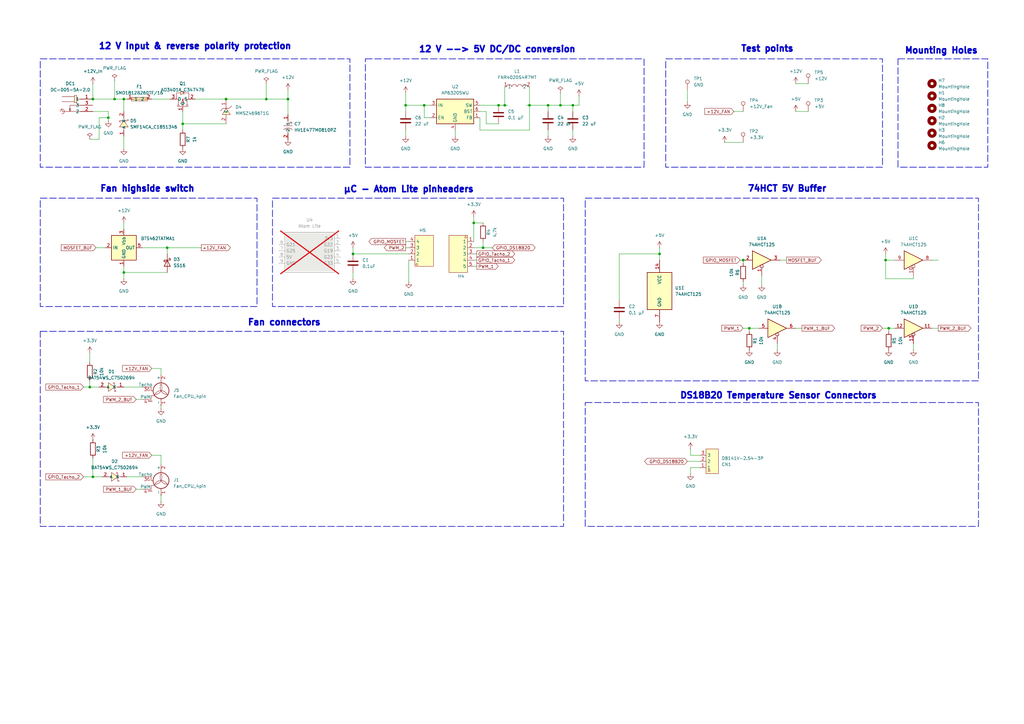
<source format=kicad_sch>
(kicad_sch (version 20250114) (generator "eeschema") (generator_version "9.0")
  (paper "A3")
  (title_block (title "OpenRadFan") (date "2025-01-24") (rev "1"))
  (lib_symbols
    (symbol "74xx:74AHCT125" (pin_names (offset 1.016))
      (property "Reference" "U" (at 0 1.27 0))
      (property "Value" "74AHCT125" (at 0 -1.27 0))
      (symbol "74AHCT125_1_0"
        (pin input line (at -7.62 0 0) (length 3.81) (name "~") (number "2"))
        (pin input inverted (at 0 -6.35 90) (length 4.445) (name "~") (number "1"))
        (pin tri_state line (at 7.62 0 180) (length 3.81) (name "~") (number "3"))
      )
      (symbol "74AHCT125_2_0"
        (pin input line (at -7.62 0 0) (length 3.81) (name "~") (number "5"))
        (pin input inverted (at 0 -6.35 90) (length 4.445) (name "~") (number "4"))
        (pin tri_state line (at 7.62 0 180) (length 3.81) (name "~") (number "6"))
      )
      (symbol "74AHCT125_3_0"
        (pin input line (at -7.62 0 0) (length 3.81) (name "~") (number "9"))
        (pin input inverted (at 0 -6.35 90) (length 4.445) (name "~") (number "10"))
        (pin tri_state line (at 7.62 0 180) (length 3.81) (name "~") (number "8"))
      )
      (symbol "74AHCT125_4_0"
        (pin input line (at -7.62 0 0) (length 3.81) (name "~") (number "12"))
        (pin input inverted (at 0 -6.35 90) (length 4.445) (name "~") (number "13"))
        (pin tri_state line (at 7.62 0 180) (length 3.81) (name "~") (number "11"))
      )
      (symbol "74AHCT125_5_0"
        (pin power_in line (at 0 12.7 270) (length 5.08) (name "VCC") (number "14"))
        (pin power_in line (at 0 -12.7 90) (length 5.08) (name "GND") (number "7"))
      )
    )
    (symbol "Connector:TestPoint" (pin_numbers (hide yes)) (pin_names (offset 0.762) (hide yes))
      (property "Reference" "TP" (at 0 6.858 0))
      (property "Value" "TestPoint" (at 0 5.08 0))
      (symbol "TestPoint_1_1"
        (pin passive line (at 0 0 90) (length 2.54) (name "1") (number "1"))
      )
    )
    (symbol "Device:C" (pin_numbers (hide yes)) (pin_names (offset 0.254))
      (property "Reference" "C" (at 0.635 2.54 0))
      (property "Value" "C" (at 0.635 -2.54 0))
      (symbol "C_1_1"
        (pin passive line (at 0 3.81 270) (length 2.794) (name "~") (number "1"))
        (pin passive line (at 0 -3.81 90) (length 2.794) (name "~") (number "2"))
      )
    )
    (symbol "Device:R" (pin_numbers (hide yes)) (pin_names (offset 0))
      (property "Reference" "R" (at 2.032 0 90))
      (property "Value" "R" (at 0 0 90))
      (symbol "R_1_1"
        (pin passive line (at 0 3.81 270) (length 1.27) (name "~") (number "1"))
        (pin passive line (at 0 -3.81 90) (length 1.27) (name "~") (number "2"))
      )
    )
    (symbol "Diode:SS16" (pin_numbers (hide yes)) (pin_names (offset 1.016) (hide yes))
      (property "Reference" "D" (at 0 2.54 0))
      (property "Value" "SS16" (at 0 -2.54 0))
      (symbol "SS16_1_1"
        (pin passive line (at -3.81 0 0) (length 2.54) (name "K") (number "1"))
        (pin passive line (at 3.81 0 180) (length 2.54) (name "A") (number "2"))
      )
    )
    (symbol "Mechanical:MountingHole" (pin_names (offset 1.016)) (exclude_from_sim yes) (in_bom no)
      (property "Reference" "H" (at 0 5.08 0))
      (property "Value" "MountingHole" (at 0 3.175 0))
    )
    (symbol "Motor:Fan_CPU_4pin" (pin_names (offset 0))
      (property "Reference" "M" (at 2.54 5.08 0))
      (property "Value" "Fan_CPU_4pin" (at 2.54 -2.54 0))
      (symbol "Fan_CPU_4pin_1_1"
        (pin passive line (at -7.62 2.54 0) (length 2.54) (name "Tacho") (number "3"))
        (pin input line (at -7.62 -2.54 0) (length 2.54) (name "PWM") (number "4"))
        (pin passive line (at 0 7.62 270) (length 2.54) (name "+") (number "2"))
        (pin passive line (at 0 -5.08 90) (length 2.54) (name "-") (number "1"))
      )
    )
    (symbol "Power_Management:BTS462TATMA1"
      (property "Reference" "U" (at -5.08 5.08 0))
      (property "Value" "BTS462TATMA1" (at 2.54 5.08 0))
      (symbol "BTS462TATMA1_0_0"
        (pin input line (at -7.62 0 0) (length 2.54) (name "IN") (number "2"))
        (pin power_in line (at 0 7.62 270) (length 2.54) (name "Vbb") (number "3"))
        (pin power_in line (at 0 -7.62 90) (length 2.54) (name "GND") (number "1"))
        (pin no_connect line (at 5.08 -2.54 180) (length 2.54) (hide yes) (name "NC") (number "4"))
        (pin power_out line (at 7.62 0 180) (length 2.54) (name "OUT") (number "5"))
      )
    )
    (symbol "Regulator_Switching:AP63205WU"
      (property "Reference" "U" (at -7.62 6.35 0))
      (property "Value" "AP63205WU" (at 2.54 6.35 0))
      (symbol "AP63205WU_1_1"
        (pin power_in line (at -10.16 2.54 0) (length 2.54) (name "IN") (number "3"))
        (pin input line (at -10.16 -2.54 0) (length 2.54) (name "EN") (number "2"))
        (pin power_in line (at 0 -7.62 90) (length 2.54) (name "GND") (number "4"))
        (pin output line (at 10.16 2.54 180) (length 2.54) (name "SW") (number "5"))
        (pin passive line (at 10.16 0 180) (length 2.54) (name "BST") (number "6"))
        (pin input line (at 10.16 -2.54 180) (length 2.54) (name "FB") (number "1"))
      )
    )
    (symbol "easyeda2kicad:210S-1*5PL=11.6MMGold-platedblack"
      (property "Reference" "H" (at 0 10.16 0))
      (property "Value" "210S-1*5P L=11.6MMGold-plated black" (at 0 -10.16 0))
      (symbol "210S-1*5PL=11.6MMGold-platedblack_0_1"
        (pin unspecified line (at -5.08 5.08 0) (length 2.54) (name "1") (number "1"))
        (pin unspecified line (at -5.08 2.54 0) (length 2.54) (name "2") (number "2"))
        (pin unspecified line (at -5.08 0 0) (length 2.54) (name "3") (number "3"))
        (pin unspecified line (at -5.08 -2.54 0) (length 2.54) (name "4") (number "4"))
        (pin unspecified line (at -5.08 -5.08 0) (length 2.54) (name "5") (number "5"))
      )
    )
    (symbol "easyeda2kicad:AO3401A_C347476"
      (property "Reference" "Q" (at 0 10.16 0))
      (property "Value" "AO3401A_C347476" (at 0 -10.16 0))
      (symbol "AO3401A_C347476_0_1"
        (pin unspecified line (at -5.08 0 0) (length 2.032) (name "G") (number "1"))
        (pin unspecified line (at 0 5.08 270) (length 2.54) (name "D") (number "3"))
        (pin unspecified line (at 0 -5.08 90) (length 2.54) (name "S") (number "2"))
      )
    )
    (symbol "easyeda2kicad:BAT54WS_C7502694"
      (property "Reference" "D" (at 0 5.08 0))
      (property "Value" "BAT54WS_C7502694" (at 0 -5.08 0))
      (symbol "BAT54WS_C7502694_0_1"
        (pin unspecified line (at -5.08 0 0) (length 2.54) (name "K") (number "1"))
        (pin unspecified line (at 5.08 0 180) (length 2.54) (name "A") (number "2"))
      )
    )
    (symbol "easyeda2kicad:DB141V-2.54-3P"
      (property "Reference" "CN" (at 0 7.62 0))
      (property "Value" "DB141V-2.54-3P" (at 0 -7.62 0))
      (symbol "DB141V-2.54-3P_0_1"
        (pin unspecified line (at -5.08 2.54 0) (length 2.54) (name "1") (number "1"))
        (pin unspecified line (at -5.08 0 0) (length 2.54) (name "2") (number "2"))
        (pin unspecified line (at -5.08 -2.54 0) (length 2.54) (name "3") (number "3"))
      )
    )
    (symbol "easyeda2kicad:DC-005-5A-2.0"
      (property "Reference" "DC" (at 0 7.62 0))
      (property "Value" "DC-005-5A-2.0" (at 0 -7.62 0))
      (symbol "DC-005-5A-2.0_0_1"
        (pin unspecified line (at 5.08 2.54 180) (length 5.08) (name "1") (number "1"))
        (pin unspecified line (at 5.08 0 180) (length 5.08) (name "3") (number "3"))
        (pin unspecified line (at 5.08 -2.54 180) (length 5.08) (name "2") (number "2"))
      )
    )
    (symbol "easyeda2kicad:FNR4020S4R7MT"
      (property "Reference" "L" (at 0 5.08 0))
      (property "Value" "FNR4020S4R7MT" (at 0 -5.08 0))
      (symbol "FNR4020S4R7MT_0_1"
        (pin unspecified line (at -5.08 0 0) (length 0.762) (name "1") (number "1"))
        (pin unspecified line (at 5.08 0 180) (length 0.762) (name "2") (number "2"))
      )
    )
    (symbol "easyeda2kicad:HV1E477M0810PZ"
      (property "Reference" "U5" (at 2.54 5.08 0))
      (property "Value" "HV1E477M0810PZ" (at 2.54 2.54 0))
      (symbol "HV1E477M0810PZ_0_1"
        (pin input line (at -2.54 -1.27 0) (length 2.54) (name "1") (number "1"))
        (pin input line (at 7.62 -1.27 180) (length 2.54) (name "2") (number "2"))
      )
    )
    (symbol "easyeda2kicad:Header-Male-2.54_1x4"
      (property "Reference" "H" (at 0 8.89 0))
      (property "Value" "Header-Male-2.54_1x4" (at 0 -8.89 0))
      (symbol "Header-Male-2.54_1x4_0_1"
        (pin unspecified line (at -5.08 3.81 0) (length 2.54) (name "1") (number "1"))
        (pin unspecified line (at -5.08 1.27 0) (length 2.54) (name "2") (number "2"))
        (pin unspecified line (at -5.08 -1.27 0) (length 2.54) (name "3") (number "3"))
        (pin unspecified line (at -5.08 -3.81 0) (length 2.54) (name "4") (number "4"))
      )
    )
    (symbol "easyeda2kicad:MMSZ4696T1G"
      (property "Reference" "D" (at 0 5.08 0))
      (property "Value" "MMSZ4696T1G" (at 0 -5.08 0))
      (symbol "MMSZ4696T1G_0_1"
        (pin unspecified line (at -5.08 0 0) (length 3.81) (name "C") (number "1"))
        (pin unspecified line (at 5.08 0 180) (length 3.81) (name "A") (number "2"))
      )
    )
    (symbol "easyeda2kicad:SMD1812B260TF_16"
      (property "Reference" "U" (at 0 5.08 0))
      (property "Value" "SMD1812B260TF/16" (at 0 -5.08 0))
      (symbol "SMD1812B260TF_16_0_1"
        (pin unspecified line (at -5.08 0 0) (length 2.54) (name "1") (number "1"))
        (pin unspecified line (at 5.08 0 180) (length 2.54) (name "2") (number "2"))
      )
    )
    (symbol "easyeda2kicad:SMF14CA_C1851346"
      (property "Reference" "D" (at 0 5.08 0))
      (property "Value" "SMF14CA_C1851346" (at 0 -5.08 0))
      (symbol "SMF14CA_C1851346_0_1"
        (pin unspecified line (at -5.08 0 0) (length 2.54) (name "K") (number "2"))
        (pin unspecified line (at 5.08 0 180) (length 2.54) (name "A") (number "1"))
      )
    )
    (symbol "m5stack:M5Stack_Atom_Lite"
      (property "Reference" "U" (at 0 0 0))
      (property "Value" "Atom Lite" (at 4.064 -2.286 0))
      (symbol "M5Stack_Atom_Lite_1_1"
        (pin bidirectional line (at -2.54 -8.89 0) (length 2.54) (name "G21") (number "6"))
        (pin bidirectional line (at -2.54 -11.43 0) (length 2.54) (name "G25") (number "7"))
        (pin power_in line (at -2.54 -13.97 0) (length 2.54) (name "5V") (number "8"))
        (pin passive line (at -2.54 -16.51 0) (length 2.54) (name "GND") (number "9"))
        (pin power_out line (at 22.86 -6.35 180) (length 2.54) (name "3V3") (number "1"))
        (pin bidirectional line (at 22.86 -8.89 180) (length 2.54) (name "G22") (number "2"))
        (pin bidirectional line (at 22.86 -11.43 180) (length 2.54) (name "G19") (number "3"))
        (pin bidirectional line (at 22.86 -13.97 180) (length 2.54) (name "G23") (number "4"))
        (pin bidirectional line (at 22.86 -16.51 180) (length 2.54) (name "G33") (number "5"))
      )
    )
    (symbol "power:+12V" (power) (pin_numbers (hide yes)) (pin_names (offset 0) (hide yes))
      (property "Value" "+12V" (at 0 3.556 0))
      (symbol "+12V_1_1"
        (pin power_in line (at 0 0 90) (length 0) (name "~") (number "1"))
      )
    )
    (symbol "power:+3.3V" (power) (pin_numbers (hide yes)) (pin_names (offset 0) (hide yes))
      (property "Value" "+3.3V" (at 0 3.556 0))
      (symbol "+3.3V_1_1"
        (pin power_in line (at 0 0 90) (length 0) (name "~") (number "1"))
      )
    )
    (symbol "power:+5V" (power) (pin_numbers (hide yes)) (pin_names (offset 0) (hide yes))
      (property "Value" "+5V" (at 0 3.556 0))
      (symbol "+5V_1_1"
        (pin power_in line (at 0 0 90) (length 0) (name "~") (number "1"))
      )
    )
    (symbol "power:GND" (power) (pin_numbers (hide yes)) (pin_names (offset 0) (hide yes))
      (property "Value" "GND" (at 0 -3.81 0))
      (symbol "GND_1_1"
        (pin power_in line (at 0 0 270) (length 0) (name "~") (number "1"))
      )
    )
    (symbol "power:PWR_FLAG" (power) (pin_numbers (hide yes)) (pin_names (offset 0) (hide yes))
      (property "Value" "PWR_FLAG" (at 0 3.81 0))
      (symbol "PWR_FLAG_0_0"
        (pin power_out line (at 0 0 90) (length 0) (name "~") (number "1"))
      )
    )
  )
  (rectangle (start 273.05 24.13) (end 361.95 68.58) (stroke (width 0.254) (type dash)))
  (rectangle (start 16.51 81.28) (end 105.41 125.73) (stroke (width 0.254) (type dash)))
  (rectangle (start 149.86 24.13) (end 264.16 68.58) (stroke (width 0.254) (type dash)))
  (rectangle (start 16.51 135.89) (end 231.14 215.9) (stroke (width 0.254) (type dash)))
  (rectangle (start 240.03 165.1) (end 401.32 215.9) (stroke (width 0.254) (type dash)))
  (rectangle (start 111.76 81.28) (end 231.14 125.73) (stroke (width 0.254) (type dash)))
  (rectangle (start 240.03 81.28) (end 401.32 156.21) (stroke (width 0.254) (type dash)))
  (rectangle (start 16.51 24.13) (end 143.51 68.58) (stroke (width 0.254) (type dash)))
  (rectangle (start 368.3 24.13) (end 405.13 68.58) (stroke (width 0.254) (type dash)))
  (text "12 V input & reverse polarity protection" (at 80.01 19.05 0) (effects (font (size 2.54 2.54) (thickness 1.016) (bold yes))))
  (text "12 V --> 5V DC/DC conversion\n" (at 203.962 20.32 0) (effects (font (size 2.54 2.54) (thickness 1.016) (bold yes))))
  (text "µC - Atom Lite pinheaders" (at 167.64 77.724 0) (effects (font (size 2.54 2.54) (thickness 1.016) (bold yes))))
  (text "Fan connectors" (at 116.586 132.334 0) (effects (font (size 2.54 2.54) (thickness 1.016) (bold yes))))
  (text "Mounting Holes" (at 386.08 20.828 0) (effects (font (size 2.54 2.54) (thickness 1.016) (bold yes))))
  (text "74HCT 5V Buffer" (at 322.834 77.47 0) (effects (font (size 2.54 2.54) (thickness 1.016) (bold yes))))
  (text "Test points" (at 314.706 20.066 0) (effects (font (size 2.54 2.54) (thickness 1.016) (bold yes))))
  (text "Fan highside switch" (at 60.452 77.47 0) (effects (font (size 2.54 2.54) (thickness 1.016) (bold yes))))
  (text "DS18B20 Temperature Sensor Connectors" (at 319.278 162.306 0) (effects (font (size 2.54 2.54) (thickness 1.016) (bold yes))))
  (junction (at 109.22 40.64))
  (junction (at 74.93 50.8))
  (junction (at 207.01 43.18))
  (junction (at 144.78 104.14))
  (junction (at 364.49 134.62))
  (junction (at 50.8 111.76))
  (junction (at 234.95 43.18))
  (junction (at 307.34 134.62))
  (junction (at 224.79 43.18))
  (junction (at 36.83 158.75))
  (junction (at 270.51 104.14))
  (junction (at 194.31 91.44))
  (junction (at 198.12 101.6))
  (junction (at 173.99 43.18))
  (junction (at 217.17 43.18))
  (junction (at 50.8 40.64))
  (junction (at 46.99 40.64))
  (junction (at 38.1 195.58))
  (junction (at 166.37 43.18))
  (junction (at 204.47 43.18))
  (junction (at 44.45 48.26))
  (junction (at 118.11 40.64))
  (junction (at 363.22 106.68))
  (junction (at 304.8 106.68))
  (junction (at 92.71 40.64))
  (junction (at 68.58 101.6))
  (junction (at 229.87 43.18))
  (junction (at 38.1 40.64))
  (wire (pts (xy 34.29 195.58) (xy 38.1 195.58)))
  (wire (pts (xy 364.49 134.62) (xy 364.49 135.89)))
  (wire (pts (xy 66.04 203.2) (xy 66.04 205.74)))
  (wire (pts (xy 194.31 104.14) (xy 195.58 104.14)))
  (wire (pts (xy 198.12 99.06) (xy 198.12 101.6)))
  (wire (pts (xy 50.8 109.22) (xy 50.8 111.76)))
  (wire (pts (xy 38.1 45.72) (xy 44.45 45.72)))
  (wire (pts (xy 167.64 99.06) (xy 166.37 99.06)))
  (wire (pts (xy 199.39 50.8) (xy 204.47 50.8)))
  (wire (pts (xy 46.99 40.64) (xy 50.8 40.64)))
  (wire (pts (xy 66.04 151.13) (xy 66.04 153.67)))
  (wire (pts (xy 283.21 186.69) (xy 283.21 184.15)))
  (wire (pts (xy 50.8 111.76) (xy 68.58 111.76)))
  (wire (pts (xy 237.49 43.18) (xy 234.95 43.18)))
  (wire (pts (xy 254 104.14) (xy 270.51 104.14)))
  (wire (pts (xy 58.42 101.6) (xy 68.58 101.6)))
  (wire (pts (xy 283.21 191.77) (xy 283.21 194.31)))
  (wire (pts (xy 287.02 186.69) (xy 283.21 186.69)))
  (wire (pts (xy 270.51 104.14) (xy 270.51 106.68)))
  (wire (pts (xy 254 123.19) (xy 254 104.14)))
  (wire (pts (xy 62.23 40.64) (xy 69.85 40.64)))
  (wire (pts (xy 173.99 48.26) (xy 173.99 43.18)))
  (wire (pts (xy 196.85 53.34) (xy 217.17 53.34)))
  (wire (pts (xy 382.27 134.62) (xy 384.81 134.62)))
  (wire (pts (xy 167.64 106.68) (xy 167.64 115.57)))
  (wire (pts (xy 36.83 144.78) (xy 36.83 148.59)))
  (wire (pts (xy 194.31 109.22) (xy 195.58 109.22)))
  (wire (pts (xy 307.34 134.62) (xy 311.15 134.62)))
  (wire (pts (xy 234.95 53.34) (xy 234.95 55.88)))
  (wire (pts (xy 176.53 48.26) (xy 173.99 48.26)))
  (wire (pts (xy 55.88 163.83) (xy 58.42 163.83)))
  (wire (pts (xy 254 130.81) (xy 254 132.08)))
  (wire (pts (xy 144.78 111.76) (xy 144.78 114.3)))
  (wire (pts (xy 36.83 156.21) (xy 36.83 158.75)))
  (wire (pts (xy 304.8 106.68) (xy 304.8 107.95)))
  (wire (pts (xy 144.78 104.14) (xy 167.64 104.14)))
  (wire (pts (xy 326.39 134.62) (xy 328.93 134.62)))
  (wire (pts (xy 92.71 40.64) (xy 109.22 40.64)))
  (wire (pts (xy 50.8 40.64) (xy 52.07 40.64)))
  (wire (pts (xy 237.49 39.37) (xy 237.49 43.18)))
  (wire (pts (xy 52.07 195.58) (xy 58.42 195.58)))
  (wire (pts (xy 50.8 40.64) (xy 50.8 45.72)))
  (wire (pts (xy 194.31 101.6) (xy 198.12 101.6)))
  (wire (pts (xy 217.17 53.34) (xy 217.17 43.18)))
  (wire (pts (xy 234.95 43.18) (xy 234.95 45.72)))
  (wire (pts (xy 374.65 114.3) (xy 363.22 114.3)))
  (wire (pts (xy 194.31 91.44) (xy 198.12 91.44)))
  (wire (pts (xy 166.37 38.1) (xy 166.37 43.18)))
  (wire (pts (xy 38.1 34.29) (xy 38.1 40.64)))
  (wire (pts (xy 166.37 101.6) (xy 167.64 101.6)))
  (wire (pts (xy 68.58 101.6) (xy 82.55 101.6)))
  (wire (pts (xy 74.93 45.72) (xy 74.93 50.8)))
  (wire (pts (xy 34.29 158.75) (xy 36.83 158.75)))
  (wire (pts (xy 281.94 36.83) (xy 281.94 41.91)))
  (wire (pts (xy 36.83 57.15) (xy 40.64 57.15)))
  (wire (pts (xy 38.1 195.58) (xy 41.91 195.58)))
  (wire (pts (xy 300.99 45.72) (xy 304.8 45.72)))
  (wire (pts (xy 297.18 58.42) (xy 304.8 58.42)))
  (wire (pts (xy 166.37 53.34) (xy 166.37 55.88)))
  (wire (pts (xy 50.8 91.44) (xy 50.8 93.98)))
  (wire (pts (xy 62.23 151.13) (xy 66.04 151.13)))
  (wire (pts (xy 166.37 43.18) (xy 173.99 43.18)))
  (wire (pts (xy 109.22 40.64) (xy 118.11 40.64)))
  (wire (pts (xy 326.39 34.29) (xy 331.47 34.29)))
  (wire (pts (xy 364.49 134.62) (xy 367.03 134.62)))
  (wire (pts (xy 363.22 106.68) (xy 363.22 104.14)))
  (wire (pts (xy 36.83 158.75) (xy 40.64 158.75)))
  (wire (pts (xy 74.93 50.8) (xy 74.93 53.34)))
  (wire (pts (xy 186.69 53.34) (xy 186.69 55.88)))
  (wire (pts (xy 50.8 158.75) (xy 58.42 158.75)))
  (wire (pts (xy 68.58 101.6) (xy 68.58 104.14)))
  (wire (pts (xy 374.65 143.51) (xy 374.65 140.97)))
  (wire (pts (xy 281.94 189.23) (xy 287.02 189.23)))
  (wire (pts (xy 38.1 40.64) (xy 46.99 40.64)))
  (wire (pts (xy 39.37 101.6) (xy 43.18 101.6)))
  (wire (pts (xy 44.45 45.72) (xy 44.45 48.26)))
  (wire (pts (xy 217.17 43.18) (xy 215.9 43.18)))
  (wire (pts (xy 196.85 45.72) (xy 199.39 45.72)))
  (wire (pts (xy 118.11 40.64) (xy 118.11 46.99)))
  (wire (pts (xy 312.42 113.03) (xy 312.42 116.84)))
  (wire (pts (xy 199.39 45.72) (xy 199.39 50.8)))
  (wire (pts (xy 198.12 101.6) (xy 201.93 101.6)))
  (wire (pts (xy 361.95 134.62) (xy 364.49 134.62)))
  (wire (pts (xy 50.8 55.88) (xy 50.8 60.96)))
  (wire (pts (xy 109.22 34.29) (xy 109.22 40.64)))
  (wire (pts (xy 304.8 134.62) (xy 307.34 134.62)))
  (wire (pts (xy 363.22 106.68) (xy 367.03 106.68)))
  (wire (pts (xy 229.87 38.1) (xy 229.87 43.18)))
  (wire (pts (xy 207.01 35.56) (xy 207.01 43.18)))
  (wire (pts (xy 46.99 33.02) (xy 46.99 40.64)))
  (wire (pts (xy 194.31 91.44) (xy 194.31 99.06)))
  (wire (pts (xy 224.79 53.34) (xy 224.79 55.88)))
  (wire (pts (xy 40.64 57.15) (xy 40.64 48.26)))
  (wire (pts (xy 196.85 48.26) (xy 196.85 53.34)))
  (wire (pts (xy 320.04 106.68) (xy 322.58 106.68)))
  (wire (pts (xy 224.79 43.18) (xy 229.87 43.18)))
  (wire (pts (xy 38.1 187.96) (xy 38.1 195.58)))
  (wire (pts (xy 374.65 114.3) (xy 374.65 113.03)))
  (wire (pts (xy 44.45 48.26) (xy 44.45 49.53)))
  (wire (pts (xy 382.27 106.68) (xy 384.81 106.68)))
  (wire (pts (xy 194.31 106.68) (xy 195.58 106.68)))
  (wire (pts (xy 144.78 101.6) (xy 144.78 104.14)))
  (wire (pts (xy 194.31 88.9) (xy 194.31 91.44)))
  (wire (pts (xy 80.01 40.64) (xy 92.71 40.64)))
  (wire (pts (xy 326.39 45.72) (xy 331.47 45.72)))
  (wire (pts (xy 66.04 186.69) (xy 62.23 186.69)))
  (wire (pts (xy 207.01 43.18) (xy 208.28 43.18)))
  (wire (pts (xy 166.37 43.18) (xy 166.37 45.72)))
  (wire (pts (xy 307.34 135.89) (xy 307.34 134.62)))
  (wire (pts (xy 304.8 116.84) (xy 304.8 115.57)))
  (wire (pts (xy 303.53 106.68) (xy 304.8 106.68)))
  (wire (pts (xy 55.88 200.66) (xy 58.42 200.66)))
  (wire (pts (xy 229.87 43.18) (xy 234.95 43.18)))
  (wire (pts (xy 118.11 36.83) (xy 118.11 40.64)))
  (wire (pts (xy 217.17 35.56) (xy 217.17 43.18)))
  (wire (pts (xy 50.8 111.76) (xy 50.8 114.3)))
  (wire (pts (xy 204.47 43.18) (xy 207.01 43.18)))
  (wire (pts (xy 92.71 50.8) (xy 74.93 50.8)))
  (wire (pts (xy 40.64 48.26) (xy 44.45 48.26)))
  (wire (pts (xy 270.51 101.6) (xy 270.51 104.14)))
  (wire (pts (xy 196.85 43.18) (xy 204.47 43.18)))
  (wire (pts (xy 66.04 186.69) (xy 66.04 190.5)))
  (wire (pts (xy 173.99 43.18) (xy 176.53 43.18)))
  (wire (pts (xy 217.17 43.18) (xy 224.79 43.18)))
  (wire (pts (xy 363.22 114.3) (xy 363.22 106.68)))
  (wire (pts (xy 224.79 43.18) (xy 224.79 45.72)))
  (wire (pts (xy 318.77 143.51) (xy 318.77 140.97)))
  (wire (pts (xy 66.04 166.37) (xy 66.04 167.64)))
  (wire (pts (xy 287.02 191.77) (xy 283.21 191.77)))
  (global_label "PWM_2" (shape output) (at 166.37 101.6 180) (property "Intersheetrefs" "${INTERSHEET_REFS}" (effects (hide yes))))
  (global_label "PWM_1_BUF" (shape input) (at 55.88 200.66 180) (property "Intersheetrefs" "${INTERSHEET_REFS}" (effects (hide yes))))
  (global_label "GPIO_DS18B20" (shape bidirectional) (at 201.93 101.6 0) (property "Intersheetrefs" "${INTERSHEET_REFS}" (effects (hide yes))))
  (global_label "+12V_FAN" (shape input) (at 300.99 45.72 180) (property "Intersheetrefs" "${INTERSHEET_REFS}" (effects (hide yes))))
  (global_label "PWM_1" (shape output) (at 195.58 109.22 0) (property "Intersheetrefs" "${INTERSHEET_REFS}" (effects (hide yes))))
  (global_label "GPIO_MOSFET" (shape input) (at 303.53 106.68 180) (property "Intersheetrefs" "${INTERSHEET_REFS}" (effects (hide yes))))
  (global_label "MOSFET_BUF" (shape output) (at 322.58 106.68 0) (property "Intersheetrefs" "${INTERSHEET_REFS}" (effects (hide yes))))
  (global_label "PWM_2_BUF" (shape input) (at 55.88 163.83 180) (property "Intersheetrefs" "${INTERSHEET_REFS}" (effects (hide yes))))
  (global_label "+12V_FAN" (shape input) (at 62.23 186.69 180) (property "Intersheetrefs" "${INTERSHEET_REFS}" (effects (hide yes))))
  (global_label "+12V_FAN" (shape output) (at 82.55 101.6 0) (property "Intersheetrefs" "${INTERSHEET_REFS}" (effects (hide yes))))
  (global_label "GPIO_Tacho_1" (shape input) (at 34.29 158.75 180) (property "Intersheetrefs" "${INTERSHEET_REFS}" (effects (hide yes))))
  (global_label "PWM_1_BUF" (shape output) (at 328.93 134.62 0) (property "Intersheetrefs" "${INTERSHEET_REFS}" (effects (hide yes))))
  (global_label "PWM_2_BUF" (shape output) (at 384.81 134.62 0) (property "Intersheetrefs" "${INTERSHEET_REFS}" (effects (hide yes))))
  (global_label "GPIO_DS18B20" (shape bidirectional) (at 281.94 189.23 180) (property "Intersheetrefs" "${INTERSHEET_REFS}" (effects (hide yes))))
  (global_label "GPIO_Tacho_2" (shape input) (at 34.29 195.58 180) (property "Intersheetrefs" "${INTERSHEET_REFS}" (effects (hide yes))))
  (global_label "GPIO_MOSFET" (shape output) (at 166.37 99.06 180) (property "Intersheetrefs" "${INTERSHEET_REFS}" (effects (hide yes))))
  (global_label "PWM_1" (shape input) (at 304.8 134.62 180) (property "Intersheetrefs" "${INTERSHEET_REFS}" (effects (hide yes))))
  (global_label "GPIO_Tacho_2" (shape output) (at 195.58 104.14 0) (property "Intersheetrefs" "${INTERSHEET_REFS}" (effects (hide yes))))
  (global_label "PWM_2" (shape input) (at 361.95 134.62 180) (property "Intersheetrefs" "${INTERSHEET_REFS}" (effects (hide yes))))
  (global_label "+12V_FAN" (shape input) (at 62.23 151.13 180) (property "Intersheetrefs" "${INTERSHEET_REFS}" (effects (hide yes))))
  (global_label "MOSFET_BUF" (shape input) (at 39.37 101.6 180) (property "Intersheetrefs" "${INTERSHEET_REFS}" (effects (hide yes))))
  (global_label "GPIO_Tacho_1" (shape output) (at 195.58 106.68 0) (property "Intersheetrefs" "${INTERSHEET_REFS}" (effects (hide yes))))
  (symbol (lib_id "easyeda2kicad:HV1E477M0810PZ") (at 119.38 49.53 270) (unit 1)
    (property "Reference" "C7" (at 120.65 50.7999 90) (effects (justify left)))
    (property "Value" "HV1E477M0810PZ" (at 120.65 53.3399 90) (effects (justify left)))
    (property "Footprint" "easyeda2kicad:CAP-SMD_BD8.0-L8.3-W8.3-LS9.3-FD-2" (effects (hide yes)))
    (property "LCSC Part" "C5246546" (effects (hide yes)))
  )
  (symbol (lib_id "power:+12V") (at 118.11 36.83 0) (unit 1)
    (property "Reference" "#PWR013" (effects (hide yes)))
    (property "Value" "+12V" (at 118.11 31.75 0))
    (property "Description" "Power symbol creates a global label with name \"+12V\"" (effects (hide yes)))
  )
  (symbol (lib_id "power:GND") (at 283.21 194.31 0) (unit 1)
    (property "Reference" "#PWR05" (effects (hide yes)))
    (property "Value" "GND" (at 283.21 199.39 0))
    (property "Description" "Power symbol creates a global label with name \"GND\" , ground" (effects (hide yes)))
  )
  (symbol (lib_id "power:GND") (at 118.11 57.15 0) (unit 1)
    (property "Reference" "#PWR07" (effects (hide yes)))
    (property "Value" "GND" (at 118.11 62.23 0))
    (property "Description" "Power symbol creates a global label with name \"GND\" , ground" (effects (hide yes)))
  )
  (symbol (lib_id "easyeda2kicad:MMSZ4696T1G") (at 92.71 45.72 270) (unit 1)
    (property "Reference" "D4" (at 96.52 43.9399 90) (effects (justify left)))
    (property "Value" "MMSZ4696T1G" (at 96.52 46.4799 90) (effects (justify left)))
    (property "Footprint" "easyeda2kicad:SOD-123_L2.7-W1.6-LS3.7-RD-1" (effects (hide yes)))
    (property "Datasheet" "https://lcsc.com/product-detail/Zener-Diodes_ON-Semicon-ON-MMSZ4696T1G_C462868.html" (effects (hide yes)))
    (property "LCSC Part" "C462868" (effects (hide yes)))
  )
  (symbol (lib_id "power:GND") (at 66.04 167.64 0) (unit 1)
    (property "Reference" "#PWR029" (effects (hide yes)))
    (property "Value" "GND" (at 66.04 172.72 0))
    (property "Description" "Power symbol creates a global label with name \"GND\" , ground" (effects (hide yes)))
  )
  (symbol (lib_id "Mechanical:MountingHole") (at 382.27 49.53 0) (unit 1) (exclude_from_sim yes) (in_bom no)
    (property "Reference" "H2" (at 384.81 48.2599 0) (effects (justify left)))
    (property "Value" "MountingHole" (at 384.81 50.7999 0) (effects (justify left)))
    (property "Footprint" "MountingHole:MountingHole_3.2mm_M3_DIN965" (effects (hide yes)))
    (property "Description" "Mounting Hole without connection" (effects (hide yes)))
  )
  (symbol (lib_id "power:+12V") (at 166.37 38.1 0) (unit 1)
    (property "Reference" "#PWR036" (effects (hide yes)))
    (property "Value" "+12V" (at 166.37 33.02 0))
    (property "Description" "Power symbol creates a global label with name \"+12V\"" (effects (hide yes)))
  )
  (symbol (lib_id "74xx:74AHCT125") (at 318.77 134.62 0) (unit 2)
    (property "Reference" "U1" (at 318.77 125.73 0))
    (property "Value" "74AHCT125" (at 318.77 128.27 0))
    (property "Footprint" "Package_SO:SOIC-14_3.9x8.7mm_P1.27mm" (effects (hide yes)))
    (property "Datasheet" "https://www.ti.com/lit/ds/symlink/sn74ahct125.pdf" (effects (hide yes)))
    (property "Description" "Quadruple Bus Buffer Gates With 3-State Outputs" (effects (hide yes)))
    (property "MPN" "SN74AHCT125N" (effects (hide yes)))
    (property "LCSC Part #" "C352957" (effects (hide yes)))
  )
  (symbol (lib_id "power:GND") (at 374.65 143.51 0) (unit 1)
    (property "Reference" "#PWR011" (effects (hide yes)))
    (property "Value" "GND" (at 374.65 148.59 0))
    (property "Description" "Power symbol creates a global label with name \"GND\" , ground" (effects (hide yes)))
  )
  (symbol (lib_id "power:+12V") (at 50.8 91.44 0) (unit 1)
    (property "Reference" "#PWR028" (effects (hide yes)))
    (property "Value" "+12V" (at 50.8 86.36 0))
    (property "Description" "Power symbol creates a global label with name \"+12V\"" (effects (hide yes)))
  )
  (symbol (lib_id "power:GND") (at 312.42 116.84 0) (unit 1)
    (property "Reference" "#PWR09" (effects (hide yes)))
    (property "Value" "GND" (at 312.42 121.92 0))
    (property "Description" "Power symbol creates a global label with name \"GND\" , ground" (effects (hide yes)))
  )
  (symbol (lib_id "power:+5V") (at 326.39 45.72 0) (unit 1)
    (property "Reference" "#PWR045" (effects (hide yes)))
    (property "Value" "+5V" (at 326.39 40.64 0))
    (property "Description" "Power symbol creates a global label with name \"+5V\"" (effects (hide yes)))
  )
  (symbol (lib_id "Connector:TestPoint") (at 304.8 58.42 0) (unit 1)
    (property "Reference" "TP2" (at 307.34 53.8479 0) (effects (justify left)))
    (property "Value" "+3.3V" (at 307.34 56.3879 0) (effects (justify left)))
    (property "Footprint" "TestPoint:TestPoint_Keystone_5000-5004_Miniature" (effects (hide yes)))
    (property "Description" "test point" (effects (hide yes)))
  )
  (symbol (lib_id "Device:R") (at 38.1 184.15 0) (unit 1)
    (property "Reference" "R3" (at 40.386 184.15 90))
    (property "Value" "10k" (at 42.926 184.15 90))
    (property "Footprint" "Resistor_SMD:R_0805_2012Metric_Pad1.20x1.40mm_HandSolder" (effects (hide yes)))
    (property "Description" "Resistor 10kΩ ±10%, 0.1W, 0805" (effects (hide yes)))
    (property "LCSC Part #" "C17414" (effects (hide yes)))
  )
  (symbol (lib_id "power:+5V") (at 363.22 104.14 0) (unit 1)
    (property "Reference" "#PWR027" (effects (hide yes)))
    (property "Value" "+5V" (at 363.22 99.06 0))
    (property "Description" "Power symbol creates a global label with name \"+5V\"" (effects (hide yes)))
  )
  (symbol (lib_id "Device:R") (at 304.8 111.76 180) (unit 1)
    (property "Reference" "R6" (at 302.514 111.76 90))
    (property "Value" "10k" (at 299.974 111.76 90))
    (property "Footprint" "Resistor_SMD:R_0805_2012Metric_Pad1.20x1.40mm_HandSolder" (effects (hide yes)))
    (property "Description" "10kΩ ±10%, 0.1W, 0805" (effects (hide yes)))
    (property "LCSC Part #" "C17414" (effects (hide yes)))
  )
  (symbol (lib_id "easyeda2kicad:SMD1812B260TF_16") (at 57.15 40.64 0) (unit 1)
    (property "Reference" "F1" (at 57.15 35.56 0))
    (property "Value" "SMD1812B260TF/16" (at 57.15 38.1 0))
    (property "Footprint" "easyeda2kicad:F1812" (effects (hide yes)))
    (property "Datasheet" "https://lcsc.com/product-detail/Others_Brightking-Elec-TAIWAN-SMD1812B260TF-16_C269148.html" (effects (hide yes)))
    (property "LCSC Part" "C269148" (effects (hide yes)))
  )
  (symbol (lib_id "Device:C") (at 144.78 107.95 0) (unit 1)
    (property "Reference" "C1" (at 148.59 106.6799 0) (effects (justify left)))
    (property "Value" "0.1uF" (at 148.59 109.2199 0) (effects (justify left)))
    (property "Footprint" "Capacitor_SMD:C_0805_2012Metric_Pad1.18x1.45mm_HandSolder" (effects (hide yes)))
    (property "Description" "Unpolarized capacitor" (effects (hide yes)))
    (property "LCSC Part #" "C28233" (effects (hide yes)))
  )
  (symbol (lib_id "Mechanical:MountingHole") (at 382.27 34.29 0) (unit 1) (exclude_from_sim yes) (in_bom no)
    (property "Reference" "H7" (at 384.81 33.0199 0) (effects (justify left)))
    (property "Value" "MountingHole" (at 384.81 35.5599 0) (effects (justify left)))
    (property "Footprint" "MountingHole:MountingHole_3.2mm_M3_DIN965" (effects (hide yes)))
    (property "Description" "Mounting Hole without connection" (effects (hide yes)))
  )
  (symbol (lib_id "Device:C") (at 254 127 0) (unit 1)
    (property "Reference" "C2" (at 257.81 125.7299 0) (effects (justify left)))
    (property "Value" "0.1 µF" (at 257.81 128.2699 0) (effects (justify left)))
    (property "Footprint" "Capacitor_SMD:C_0805_2012Metric_Pad1.18x1.45mm_HandSolder" (effects (hide yes)))
    (property "Description" "0.1 µF, 25V, X7R, 0603" (effects (hide yes)))
    (property "LCSC Part #" " C28233" (effects (hide yes)))
  )
  (symbol (lib_id "power:+5V") (at 237.49 39.37 0) (unit 1)
    (property "Reference" "#PWR017" (effects (hide yes)))
    (property "Value" "+5V" (at 237.49 34.29 0))
    (property "Description" "Power symbol creates a global label with name \"+5V\"" (effects (hide yes)))
  )
  (symbol (lib_id "Connector:TestPoint") (at 331.47 34.29 0) (unit 1)
    (property "Reference" "TP5" (at 334.01 29.7179 0) (effects (justify left)))
    (property "Value" "+12V" (at 334.01 32.2579 0) (effects (justify left)))
    (property "Footprint" "TestPoint:TestPoint_Keystone_5000-5004_Miniature" (effects (hide yes)))
    (property "Description" "test point" (effects (hide yes)))
  )
  (symbol (lib_id "Device:R") (at 74.93 57.15 0) (unit 1)
    (property "Reference" "R7" (at 77.216 57.15 90))
    (property "Value" "1k" (at 79.756 57.15 90))
    (property "Footprint" "Resistor_SMD:R_0603_1608Metric" (effects (hide yes)))
    (property "Description" "Resistor 1kΩ ±10%, 0.1W, 0603" (effects (hide yes)))
    (property "LCSC Part #" "C21190" (effects (hide yes)))
  )
  (symbol (lib_id "Connector:TestPoint") (at 304.8 45.72 0) (unit 1)
    (property "Reference" "TP4" (at 307.34 41.1479 0) (effects (justify left)))
    (property "Value" "+12V_Fan" (at 307.34 43.6879 0) (effects (justify left)))
    (property "Footprint" "TestPoint:TestPoint_Keystone_5000-5004_Miniature" (effects (hide yes)))
    (property "Description" "test point" (effects (hide yes)))
  )
  (symbol (lib_id "Mechanical:MountingHole") (at 382.27 54.61 0) (unit 1) (exclude_from_sim yes) (in_bom no)
    (property "Reference" "H3" (at 384.81 53.3399 0) (effects (justify left)))
    (property "Value" "MountingHole" (at 384.81 55.8799 0) (effects (justify left)))
    (property "Footprint" "MountingHole:MountingHole_2.2mm_M2_DIN965" (effects (hide yes)))
    (property "Description" "Mounting Hole without connection" (effects (hide yes)))
  )
  (symbol (lib_id "power:GND") (at 270.51 132.08 0) (unit 1)
    (property "Reference" "#PWR08" (effects (hide yes)))
    (property "Value" "GND" (at 270.51 137.16 0))
    (property "Description" "Power symbol creates a global label with name \"GND\" , ground" (effects (hide yes)))
  )
  (symbol (lib_id "power:GND") (at 304.8 116.84 0) (unit 1)
    (property "Reference" "#PWR034" (effects (hide yes)))
    (property "Value" "GND" (at 304.8 121.92 0))
    (property "Description" "Power symbol creates a global label with name \"GND\" , ground" (effects (hide yes)))
  )
  (symbol (lib_id "easyeda2kicad:BAT54WS_C7502694") (at 46.99 195.58 180) (unit 1)
    (property "Reference" "D2" (at 46.99 189.23 0))
    (property "Value" "BAT54WS_C7502694" (at 46.99 191.77 0))
    (property "Footprint" "easyeda2kicad:SOD-323_L1.7-W1.3-LS2.6-RD-1" (effects (hide yes)))
    (property "LCSC Part" "C7502694" (effects (hide yes)))
  )
  (symbol (lib_id "power:GND") (at 50.8 114.3 0) (unit 1)
    (property "Reference" "#PWR03" (effects (hide yes)))
    (property "Value" "GND" (at 50.8 119.38 0))
    (property "Description" "Power symbol creates a global label with name \"GND\" , ground" (effects (hide yes)))
  )
  (symbol (lib_id "easyeda2kicad:BAT54WS_C7502694") (at 45.72 158.75 180) (unit 1)
    (property "Reference" "D1" (at 45.72 152.4 0))
    (property "Value" "BAT54WS_C7502694" (at 45.72 154.94 0))
    (property "Footprint" "easyeda2kicad:SOD-323_L1.7-W1.3-LS2.6-RD-1" (effects (hide yes)))
    (property "LCSC Part" "C7502694" (effects (hide yes)))
  )
  (symbol (lib_id "power:+5V") (at 144.78 101.6 0) (unit 1)
    (property "Reference" "#PWR021" (effects (hide yes)))
    (property "Value" "+5V" (at 144.78 96.52 0))
    (property "Description" "Power symbol creates a global label with name \"+5V\"" (effects (hide yes)))
  )
  (symbol (lib_id "Connector:TestPoint") (at 281.94 36.83 0) (unit 1)
    (property "Reference" "TP1" (at 284.48 32.2579 0) (effects (justify left)))
    (property "Value" "GND" (at 284.48 34.7979 0) (effects (justify left)))
    (property "Footprint" "TestPoint:TestPoint_Keystone_5000-5004_Miniature" (effects (hide yes)))
    (property "Description" "test point" (effects (hide yes)))
  )
  (symbol (lib_id "power:+3.3V") (at 297.18 58.42 0) (unit 1)
    (property "Reference" "#PWR046" (effects (hide yes)))
    (property "Value" "+3.3V" (at 297.18 53.34 0))
    (property "Description" "Power symbol creates a global label with name \"+3.3V\"" (effects (hide yes)))
  )
  (symbol (lib_id "easyeda2kicad:210S-1*5PL=11.6MMGold-platedblack") (at 189.23 104.14 0) (mirror y) (unit 1)
    (property "Reference" "H4" (at 190.5 113.284 0) (effects (justify left)))
    (property "Value" "210S-1*5P L=11.6MMGold-plated black" (effects (hide yes)))
    (property "Footprint" "easyeda2kicad:HDR-TH_5P-P2.54-V-M" (effects (hide yes)))
    (property "Datasheet" "https://lcsc.com/product-detail/Male-Header_Headers-Pins-1-5P-2-54mm-Straight-line_C124379.html" (effects (hide yes)))
    (property "LCSC Part" "C124379" (effects (hide yes)))
  )
  (symbol (lib_id "Device:R") (at 307.34 139.7 0) (unit 1)
    (property "Reference" "R1" (at 309.626 139.7 90))
    (property "Value" "10k" (at 312.166 139.7 90))
    (property "Footprint" "Resistor_SMD:R_0805_2012Metric_Pad1.20x1.40mm_HandSolder" (effects (hide yes)))
    (property "Description" "10kΩ ±10%, 0.1W, 0805" (effects (hide yes)))
    (property "LCSC Part #" "C17414" (effects (hide yes)))
  )
  (symbol (lib_id "power:+3.3V") (at 38.1 180.34 0) (unit 1)
    (property "Reference" "#PWR020" (effects (hide yes)))
    (property "Value" "+3.3V" (at 38.1 175.26 0))
    (property "Description" "Power symbol creates a global label with name \"+3.3V\"" (effects (hide yes)))
  )
  (symbol (lib_id "easyeda2kicad:AO3401A_C347476") (at 74.93 40.64 90) (unit 1)
    (property "Reference" "Q1" (at 74.93 34.29 90))
    (property "Value" "AO3401A_C347476" (at 74.93 36.83 90))
    (property "Footprint" "easyeda2kicad:SOT-23_L2.9-W1.3-P1.90-LS2.4-BR" (effects (hide yes)))
    (property "Datasheet" "https://lcsc.com/product-detail/Others_Youtai-Semiconductor-Co-Ltd-AO3401A-4-1A_C347476.html" (effects (hide yes)))
    (property "LCSC Part" "C347476" (effects (hide yes)))
  )
  (symbol (lib_id "Mechanical:MountingHole") (at 382.27 44.45 0) (unit 1) (exclude_from_sim yes) (in_bom no)
    (property "Reference" "H8" (at 384.81 43.1799 0) (effects (justify left)))
    (property "Value" "MountingHole" (at 384.81 45.7199 0) (effects (justify left)))
    (property "Footprint" "MountingHole:MountingHole_3.2mm_M3_DIN965" (effects (hide yes)))
    (property "Description" "Mounting Hole without connection" (effects (hide yes)))
  )
  (symbol (lib_id "Connector:TestPoint") (at 331.47 45.72 0) (unit 1)
    (property "Reference" "TP3" (at 334.01 41.1479 0) (effects (justify left)))
    (property "Value" "+5V" (at 334.01 43.6879 0) (effects (justify left)))
    (property "Footprint" "TestPoint:TestPoint_Keystone_5000-5004_Miniature" (effects (hide yes)))
    (property "Description" "test point" (effects (hide yes)))
  )
  (symbol (lib_id "power:PWR_FLAG") (at 109.22 34.29 0) (unit 1)
    (property "Reference" "#FLG04" (effects (hide yes)))
    (property "Value" "PWR_FLAG" (at 109.22 29.21 0))
    (property "Description" "Special symbol for telling ERC where power comes from" (effects (hide yes)))
  )
  (symbol (lib_id "power:GND") (at 66.04 205.74 0) (unit 1)
    (property "Reference" "#PWR032" (effects (hide yes)))
    (property "Value" "GND" (at 66.04 210.82 0))
    (property "Description" "Power symbol creates a global label with name \"GND\" , ground" (effects (hide yes)))
  )
  (symbol (lib_id "power:+3.3V") (at 283.21 184.15 0) (unit 1)
    (property "Reference" "#PWR025" (effects (hide yes)))
    (property "Value" "+3.3V" (at 283.21 179.07 0))
    (property "Description" "Power symbol creates a global label with name \"+3.3V\"" (effects (hide yes)))
  )
  (symbol (lib_id "power:+3.3V") (at 36.83 144.78 0) (unit 1)
    (property "Reference" "#PWR019" (effects (hide yes)))
    (property "Value" "+3.3V" (at 36.83 139.7 0))
    (property "Description" "Power symbol creates a global label with name \"+3.3V\"" (effects (hide yes)))
  )
  (symbol (lib_id "Diode:SS16") (at 68.58 107.95 270) (unit 1)
    (property "Reference" "D3" (at 71.12 106.3624 90) (effects (justify left)))
    (property "Value" "SS16" (at 71.12 108.9024 90) (effects (justify left)))
    (property "Footprint" "Diode_SMD:D_SMA" (effects (hide yes)))
    (property "Datasheet" "https://www.vishay.com/docs/88746/ss12.pdf" (effects (hide yes)))
    (property "Description" "60V 1A Schottky Diode, SMA" (effects (hide yes)))
    (property "LCSC Part #" " C2481 " (effects (hide yes)))
  )
  (symbol (lib_id "power:GND") (at 254 132.08 0) (unit 1)
    (property "Reference" "#PWR016" (effects (hide yes)))
    (property "Value" "GND" (at 254 137.16 0))
    (property "Description" "Power symbol creates a global label with name \"GND\" , ground" (effects (hide yes)))
  )
  (symbol (lib_id "power:GND") (at 307.34 143.51 0) (unit 1)
    (property "Reference" "#PWR022" (effects (hide yes)))
    (property "Value" "GND" (at 307.34 148.59 0))
    (property "Description" "Power symbol creates a global label with name \"GND\" , ground" (effects (hide yes)))
  )
  (symbol (lib_id "power:GND") (at 318.77 143.51 0) (unit 1)
    (property "Reference" "#PWR010" (effects (hide yes)))
    (property "Value" "GND" (at 318.77 148.59 0))
    (property "Description" "Power symbol creates a global label with name \"GND\" , ground" (effects (hide yes)))
  )
  (symbol (lib_id "Regulator_Switching:AP63205WU") (at 186.69 45.72 0) (unit 1)
    (property "Reference" "U2" (at 186.69 35.56 0))
    (property "Value" "AP63205WU" (at 186.69 38.1 0))
    (property "Footprint" "Package_TO_SOT_SMD:TSOT-23-6" (effects (hide yes)))
    (property "Datasheet" "https://www.diodes.com/assets/Datasheets/AP63200-AP63201-AP63203-AP63205.pdf" (effects (hide yes)))
    (property "Description" "2A, 1.1MHz Buck DC/DC Converter, fixed 5.0V output voltage, TSOT-23-6" (effects (hide yes)))
    (property "LCSC Part #" " C2071056" (effects (hide yes)))
  )
  (symbol (lib_id "easyeda2kicad:Header-Male-2.54_1x4") (at 172.72 102.87 0) (mirror x) (unit 1)
    (property "Reference" "H5" (at 171.958 94.488 0) (effects (justify left)))
    (property "Value" "Header-Male-2.54_1x4" (effects (hide yes)))
    (property "Footprint" "easyeda2kicad:HDR-TH_4P-P2.54-V-M" (effects (hide yes)))
    (property "Datasheet" "https://lcsc.com/product-detail/Male-Header_Headers-Pins-1-4P-2-54mm-Straight-line_C124378.html" (effects (hide yes)))
    (property "LCSC Part" "C124378" (effects (hide yes)))
  )
  (symbol (lib_id "Mechanical:MountingHole") (at 382.27 59.69 0) (unit 1) (exclude_from_sim yes) (in_bom no)
    (property "Reference" "H6" (at 384.81 58.4199 0) (effects (justify left)))
    (property "Value" "MountingHole" (at 384.81 60.9599 0) (effects (justify left)))
    (property "Footprint" "MountingHole:MountingHole_2.2mm_M2_DIN965" (effects (hide yes)))
    (property "Description" "Mounting Hole without connection" (effects (hide yes)))
  )
  (symbol (lib_id "74xx:74AHCT125") (at 374.65 134.62 0) (unit 4)
    (property "Reference" "U1" (at 374.65 125.73 0))
    (property "Value" "74AHCT125" (at 374.65 128.27 0))
    (property "Footprint" "Package_SO:SOIC-14_3.9x8.7mm_P1.27mm" (effects (hide yes)))
    (property "Datasheet" "https://www.ti.com/lit/ds/symlink/sn74ahct125.pdf" (effects (hide yes)))
    (property "Description" "Quadruple Bus Buffer Gates With 3-State Outputs" (effects (hide yes)))
    (property "MPN" "SN74AHCT125N" (effects (hide yes)))
    (property "LCSC Part #" "C352957" (effects (hide yes)))
  )
  (symbol (lib_id "Device:C") (at 166.37 49.53 0) (unit 1)
    (property "Reference" "C6" (at 170.18 48.2599 0) (effects (justify left)))
    (property "Value" "22 uF" (at 170.18 50.7999 0) (effects (justify left)))
    (property "Footprint" "Capacitor_SMD:C_1210_3225Metric" (effects (hide yes)))
    (property "Description" "10 µF, 25V, X5R/X7R, 1210" (effects (hide yes)))
    (property "LCSC Part #" " C309062 " (effects (hide yes)))
  )
  (symbol (lib_id "Mechanical:MountingHole") (at 382.27 39.37 0) (unit 1) (exclude_from_sim yes) (in_bom no)
    (property "Reference" "H1" (at 384.81 38.0999 0) (effects (justify left)))
    (property "Value" "MountingHole" (at 384.81 40.6399 0) (effects (justify left)))
    (property "Footprint" "MountingHole:MountingHole_3.2mm_M3_DIN965" (effects (hide yes)))
    (property "Description" "Mounting Hole without connection" (effects (hide yes)))
  )
  (symbol (lib_id "Device:C") (at 224.79 49.53 0) (unit 1)
    (property "Reference" "C4" (at 228.6 48.2599 0) (effects (justify left)))
    (property "Value" "22 uF" (at 228.6 50.7999 0) (effects (justify left)))
    (property "Footprint" "Capacitor_SMD:C_1210_3225Metric" (effects (hide yes)))
    (property "Description" "Unpolarized capacitor" (effects (hide yes)))
    (property "LCSC Part #" "C309062 " (effects (hide yes)))
  )
  (symbol (lib_id "power:PWR_FLAG") (at 36.83 57.15 0) (unit 1)
    (property "Reference" "#FLG02" (effects (hide yes)))
    (property "Value" "PWR_FLAG" (at 36.83 52.07 0))
    (property "Description" "Special symbol for telling ERC where power comes from" (effects (hide yes)))
  )
  (symbol (lib_id "Device:C") (at 234.95 49.53 0) (unit 1)
    (property "Reference" "C3" (at 238.76 48.2599 0) (effects (justify left)))
    (property "Value" "22 uF" (at 238.76 50.7999 0) (effects (justify left)))
    (property "Footprint" "Capacitor_SMD:C_1210_3225Metric" (effects (hide yes)))
    (property "Description" "Unpolarized capacitor" (effects (hide yes)))
    (property "LCSC Part #" "C309062 " (effects (hide yes)))
  )
  (symbol (lib_id "Motor:Fan_CPU_4pin") (at 66.04 161.29 0) (unit 1)
    (property "Reference" "J5" (at 71.12 160.0199 0) (effects (justify left)))
    (property "Value" "Fan_CPU_4pin" (at 71.12 162.5599 0) (effects (justify left)))
    (property "Footprint" "Connector:FanPinHeader_1x04_P2.54mm_Vertical" (effects (hide yes)))
    (property "Datasheet" "http://www.formfactors.org/developer%5Cspecs%5Crev1_2_public.pdf" (effects (hide yes)))
    (property "Description" "CPU Fan, tacho output, PWM input, 4-pin connector" (effects (hide yes)))
    (property "MPN" "0470531000" (effects (hide yes)))
    (property "LCSC Part #" "C240840" (effects (hide yes)))
  )
  (symbol (lib_id "Power_Management:BTS462TATMA1") (at 50.8 101.6 0) (unit 1)
    (property "Reference" "U3" (effects (hide yes)))
    (property "Value" "BTS462TATMA1" (at 64.77 97.8214 0))
    (property "Footprint" "Package_TO_SOT_SMD:TO-252-4" (effects (hide yes)))
    (property "Datasheet" "https://www.infineon.com/dgdl/Infineon-BTS462T-DS-v01_01-EN.pdf?fileId=5546d4625a888733015aa9b0294035f6" (effects (hide yes)))
    (property "Description" "Smart High-Side Power Switch, PROFET, Single, 100mOhm, 3.5A, 34V, TO-252-4" (effects (hide yes)))
    (property "LCSC Part #" "C3232325" (effects (hide yes)))
  )
  (symbol (lib_id "easyeda2kicad:SMF14CA_C1851346") (at 50.8 50.8 270) (unit 1)
    (property "Reference" "D5" (at 53.34 49.5299 90) (effects (justify left)))
    (property "Value" "SMF14CA_C1851346" (at 53.34 52.0699 90) (effects (justify left)))
    (property "Footprint" "easyeda2kicad:SOD-123_L2.8-W1.8-LS3.7-BI" (effects (hide yes)))
    (property "LCSC Part" "C41411783" (effects (hide yes)))
  )
  (symbol (lib_id "power:+3.3V") (at 194.31 88.9 0) (unit 1)
    (property "Reference" "#PWR018" (effects (hide yes)))
    (property "Value" "+3.3V" (at 194.31 83.82 0))
    (property "Description" "Power symbol creates a global label with name \"+3.3V\"" (effects (hide yes)))
  )
  (symbol (lib_id "power:GND") (at 167.64 115.57 0) (unit 1)
    (property "Reference" "#PWR02" (effects (hide yes)))
    (property "Value" "GND" (at 167.64 120.65 0))
    (property "Description" "Power symbol creates a global label with name \"GND\" , ground" (effects (hide yes)))
  )
  (symbol (lib_id "easyeda2kicad:FNR4020S4R7MT") (at 212.09 35.56 0) (unit 1)
    (property "Reference" "L1" (at 212.09 29.21 0))
    (property "Value" "FNR4020S4R7MT" (at 212.09 31.75 0))
    (property "Footprint" "easyeda2kicad:IND-SMD_L4.0-W4.0_FNR40XXS" (effects (hide yes)))
    (property "Datasheet" "https://lcsc.com/product-detail/Power-Inductors_4-7uH-20_C167828.html" (effects (hide yes)))
    (property "LCSC Part" "C167828" (effects (hide yes)))
  )
  (symbol (lib_id "power:+12V") (at 38.1 34.29 0) (unit 1)
    (property "Reference" "#PWR043" (effects (hide yes)))
    (property "Value" "+12V_In" (at 38.1 29.21 0))
    (property "Description" "Power symbol creates a global label with name \"+12V\"" (effects (hide yes)))
  )
  (symbol (lib_id "easyeda2kicad:DC-005-5A-2.0") (at 33.02 43.18 0) (unit 1)
    (property "Reference" "DC1" (at 28.83 34.29 0))
    (property "Value" "DC-005-5A-2.0" (at 28.83 36.83 0))
    (property "Footprint" "easyeda2kicad:DC-IN-TH_DC-005-5A-2.0" (effects (hide yes)))
    (property "Datasheet" "https://lcsc.com/product-detail/New-Arrivals_XKB-Enterprise-DC-005-5A-2-0_C381116.html" (effects (hide yes)))
    (property "LCSC Part" "C381116" (effects (hide yes)))
  )
  (symbol (lib_id "power:GND") (at 186.69 55.88 0) (unit 1)
    (property "Reference" "#PWR01" (effects (hide yes)))
    (property "Value" "GND" (at 186.69 60.96 0))
    (property "Description" "Power symbol creates a global label with name \"GND\" , ground" (effects (hide yes)))
  )
  (symbol (lib_id "power:GND") (at 50.8 60.96 0) (unit 1)
    (property "Reference" "#PWR044" (effects (hide yes)))
    (property "Value" "GND" (at 50.8 66.04 0))
    (property "Description" "Power symbol creates a global label with name \"GND\" , ground" (effects (hide yes)))
  )
  (symbol (lib_id "power:GND") (at 166.37 55.88 0) (unit 1)
    (property "Reference" "#PWR04" (effects (hide yes)))
    (property "Value" "GND" (at 166.37 60.96 0))
    (property "Description" "Power symbol creates a global label with name \"GND\" , ground" (effects (hide yes)))
  )
  (symbol (lib_id "power:+12V") (at 326.39 34.29 0) (unit 1)
    (property "Reference" "#PWR042" (effects (hide yes)))
    (property "Value" "+12V" (at 326.39 29.21 0))
    (property "Description" "Power symbol creates a global label with name \"+12V\"" (effects (hide yes)))
  )
  (symbol (lib_id "Device:C") (at 204.47 46.99 0) (unit 1)
    (property "Reference" "C5" (at 208.28 45.7199 0) (effects (justify left)))
    (property "Value" "0.1 µF" (at 208.28 48.2599 0) (effects (justify left)))
    (property "Footprint" "Capacitor_SMD:C_0402_1005Metric" (effects (hide yes)))
    (property "Description" "0.1 µF, 25V, X7R, 0603" (effects (hide yes)))
    (property "LCSC Part #" "C1525" (effects (hide yes)))
  )
  (symbol (lib_id "power:GND") (at 144.78 114.3 0) (unit 1)
    (property "Reference" "#PWR015" (effects (hide yes)))
    (property "Value" "GND" (at 144.78 119.38 0))
    (property "Description" "Power symbol creates a global label with name \"GND\" , ground" (effects (hide yes)))
  )
  (symbol (lib_id "power:GND") (at 364.49 143.51 0) (unit 1)
    (property "Reference" "#PWR023" (effects (hide yes)))
    (property "Value" "GND" (at 364.49 148.59 0))
    (property "Description" "Power symbol creates a global label with name \"GND\" , ground" (effects (hide yes)))
  )
  (symbol (lib_id "Device:R") (at 198.12 95.25 0) (unit 1)
    (property "Reference" "R4" (at 200.406 95.25 90))
    (property "Value" "4.7k" (at 202.946 95.25 90))
    (property "Footprint" "Resistor_SMD:R_0805_2012Metric_Pad1.20x1.40mm_HandSolder" (effects (hide yes)))
    (property "Description" "4.7kΩ ±10%, 0.1W, 0805" (effects (hide yes)))
    (property "LCSC Part #" "C17673" (effects (hide yes)))
  )
  (symbol (lib_id "74xx:74AHCT125") (at 374.65 106.68 0) (unit 3)
    (property "Reference" "U1" (at 374.65 97.79 0))
    (property "Value" "74AHCT125" (at 374.65 100.33 0))
    (property "Footprint" "Package_SO:SOIC-14_3.9x8.7mm_P1.27mm" (effects (hide yes)))
    (property "Datasheet" "https://www.ti.com/lit/ds/symlink/sn74ahct125.pdf" (effects (hide yes)))
    (property "Description" "Quadruple Bus Buffer Gates With 3-State Outputs" (effects (hide yes)))
    (property "MPN" "SN74AHCT125N" (effects (hide yes)))
    (property "LCSC Part #" "C352957" (effects (hide yes)))
  )
  (symbol (lib_id "easyeda2kicad:DB141V-2.54-3P") (at 292.1 189.23 0) (mirror x) (unit 1)
    (property "Reference" "CN1" (at 295.91 190.5001 0) (effects (justify left)))
    (property "Value" "DB141V-2.54-3P" (at 295.91 187.9601 0) (effects (justify left)))
    (property "Footprint" "easyeda2kicad:CONN-TH_3P-P2.54_DIBO_DB141V-2.54-3P" (effects (hide yes)))
    (property "LCSC Part" "C2898745" (effects (hide yes)))
  )
  (symbol (lib_id "74xx:74AHCT125") (at 312.42 106.68 0) (unit 1)
    (property "Reference" "U1" (at 312.42 97.79 0))
    (property "Value" "74AHCT125" (at 312.42 100.33 0))
    (property "Footprint" "Package_SO:SOIC-14_3.9x8.7mm_P1.27mm" (effects (hide yes)))
    (property "Datasheet" "https://www.ti.com/lit/ds/symlink/sn74ahct125.pdf" (effects (hide yes)))
    (property "Description" "Quadruple Bus Buffer Gates With 3-State Outputs" (effects (hide yes)))
    (property "MPN" "SN74AHCT125N" (effects (hide yes)))
    (property "LCSC Part #" "C352957" (effects (hide yes)))
  )
  (symbol (lib_id "power:+5V") (at 270.51 101.6 0) (unit 1)
    (property "Reference" "#PWR026" (effects (hide yes)))
    (property "Value" "+5V" (at 270.51 96.52 0))
    (property "Description" "Power symbol creates a global label with name \"+5V\"" (effects (hide yes)))
  )
  (symbol (lib_id "power:PWR_FLAG") (at 46.99 33.02 0) (unit 1)
    (property "Reference" "#FLG01" (effects (hide yes)))
    (property "Value" "PWR_FLAG" (at 46.99 27.94 0))
    (property "Description" "Special symbol for telling ERC where power comes from" (effects (hide yes)))
  )
  (symbol (lib_id "power:GND") (at 74.93 60.96 0) (unit 1)
    (property "Reference" "#PWR035" (effects (hide yes)))
    (property "Value" "GND" (at 74.93 66.04 0))
    (property "Description" "Power symbol creates a global label with name \"GND\" , ground" (effects (hide yes)))
  )
  (symbol (lib_id "Device:R") (at 36.83 152.4 0) (unit 1)
    (property "Reference" "R2" (at 39.116 152.4 90))
    (property "Value" "10k" (at 41.656 152.4 90))
    (property "Footprint" "Resistor_SMD:R_0805_2012Metric_Pad1.20x1.40mm_HandSolder" (effects (hide yes)))
    (property "Description" "10kΩ ±10%, 0.1W, 0805" (effects (hide yes)))
    (property "LCSC Part #" "C17414" (effects (hide yes)))
  )
  (symbol (lib_id "power:GND") (at 44.45 49.53 0) (unit 1)
    (property "Reference" "#PWR06" (effects (hide yes)))
    (property "Value" "GND" (at 44.45 54.61 0))
    (property "Description" "Power symbol creates a global label with name \"GND\" , ground" (effects (hide yes)))
  )
  (symbol (lib_id "power:GND") (at 234.95 55.88 0) (unit 1)
    (property "Reference" "#PWR014" (effects (hide yes)))
    (property "Value" "GND" (at 234.95 60.96 0))
    (property "Description" "Power symbol creates a global label with name \"GND\" , ground" (effects (hide yes)))
  )
  (symbol (lib_id "power:GND") (at 281.94 41.91 0) (unit 1)
    (property "Reference" "#PWR039" (effects (hide yes)))
    (property "Value" "GND" (at 281.94 46.99 0))
    (property "Description" "Power symbol creates a global label with name \"GND\" , ground" (effects (hide yes)))
  )
  (symbol (lib_id "74xx:74AHCT125") (at 270.51 119.38 0) (unit 5)
    (property "Reference" "U1" (at 276.86 118.1099 0) (effects (justify left)))
    (property "Value" "74AHCT125" (at 276.86 120.6499 0) (effects (justify left)))
    (property "Footprint" "Package_SO:SOIC-14_3.9x8.7mm_P1.27mm" (effects (hide yes)))
    (property "Datasheet" "https://www.ti.com/lit/ds/symlink/sn74ahct125.pdf" (effects (hide yes)))
    (property "Description" "Quadruple Bus Buffer Gates With 3-State Outputs" (effects (hide yes)))
    (property "MPN" "SN74AHCT125N" (effects (hide yes)))
    (property "LCSC Part #" "C352957" (effects (hide yes)))
  )
  (symbol (lib_id "Motor:Fan_CPU_4pin") (at 66.04 198.12 0) (unit 1)
    (property "Reference" "J1" (at 71.12 196.8499 0) (effects (justify left)))
    (property "Value" "Fan_CPU_4pin" (at 71.12 199.3899 0) (effects (justify left)))
    (property "Footprint" "Connector:FanPinHeader_1x04_P2.54mm_Vertical" (effects (hide yes)))
    (property "Datasheet" "http://www.formfactors.org/developer%5Cspecs%5Crev1_2_public.pdf" (effects (hide yes)))
    (property "Description" "CPU Fan, tacho output, PWM input, 4-pin connector" (effects (hide yes)))
    (property "MPN" "0470531000" (effects (hide yes)))
    (property "LCSC Part #" "C240840" (effects (hide yes)))
  )
  (symbol (lib_id "Device:R") (at 364.49 139.7 0) (unit 1)
    (property "Reference" "R5" (at 366.776 139.7 90))
    (property "Value" "10k" (at 369.316 139.7 90))
    (property "Footprint" "Resistor_SMD:R_0805_2012Metric_Pad1.20x1.40mm_HandSolder" (effects (hide yes)))
    (property "Description" "10kΩ ±10%, 0.1W, 0805" (effects (hide yes)))
    (property "LCSC Part #" "C17414" (effects (hide yes)))
  )
  (symbol (lib_id "m5stack:M5Stack_Atom_Lite") (at 116.84 91.44 0) (unit 1) (on_board no) (dnp yes)
    (property "Reference" "U4" (at 127 90.17 0))
    (property "Value" "Atom Lite" (at 127 92.71 0))
    (property "Footprint" "m5stack:Atom Lite" (effects (hide yes)))
  )
  (symbol (lib_id "power:GND") (at 224.79 55.88 0) (unit 1)
    (property "Reference" "#PWR033" (effects (hide yes)))
    (property "Value" "GND" (at 224.79 60.96 0))
    (property "Description" "Power symbol creates a global label with name \"GND\" , ground" (effects (hide yes)))
  )
  (symbol (lib_id "power:PWR_FLAG") (at 229.87 38.1 0) (unit 1)
    (property "Reference" "#FLG03" (effects (hide yes)))
    (property "Value" "PWR_FLAG" (at 229.87 33.02 0))
    (property "Description" "Special symbol for telling ERC where power comes from" (effects (hide yes)))
  )
)
</source>
